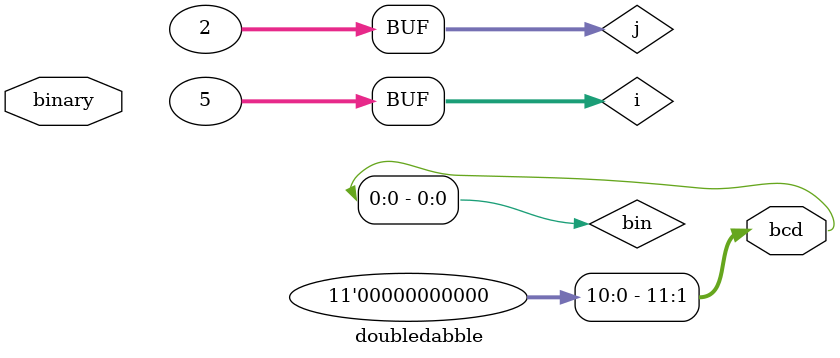
<source format=v>



// integer i;

// always @(binary) begin
//     for (i = 0; i < 8; i = i + 1) begin

//         if (units[3:0] > 4) units = units + 3;
//         if (tens[3:0] > 4) tens = tens + 3;

//         hundreds <={ hundreds[2:0],tens[3]};
//         tens <= {tens[2:0],units[3]};
//         units <= {units[2:0],binary[7-i]};

//     end
// end

// assign out = {hundreds[3:0], tens[3:0], units[3:0]};

// endmodule

module doubledabble
  ( input      [7:0] binary   , 
    output reg [11:0] bcd   );

  integer i,j;

  always @(bin) begin
    for(i = 0; i <= 11; i = i+1) bcd[i] = 0;     
    bcd[7:0] = bin;                                  
    for(i = 0; i <= 4; i = i+1)                       
      for(j = 0; j <= i/3; j = j+1)                     
        if (bcd[8-i+4*j -: 4] > 4)                      
          bcd[8-i+4*j -: 4] = bcd[8-i+4*j -: 4] + 4'd3; 
  end

endmodule
</source>
